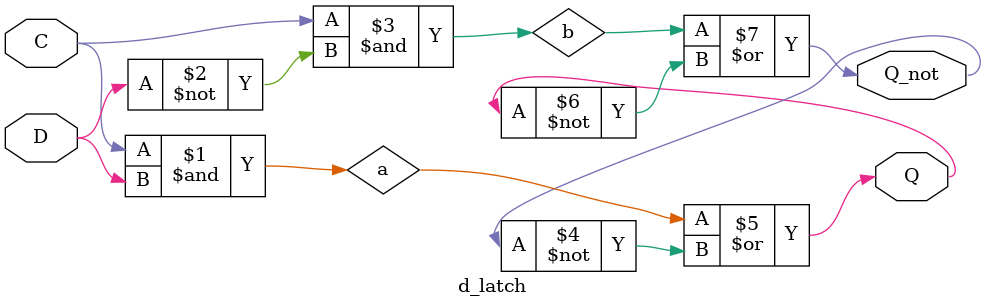
<source format=v>
module d_latch(
	Q,
	Q_not,
	D,
	C
);
	output Q,Q_not;
	input D,C;
	wire a,b;
	
	assign a = C & D;
	assign b = C & (~D);
	assign Q = a | (~Q_not);
	assign Q_not = b | (~Q);
endmodule 

</source>
